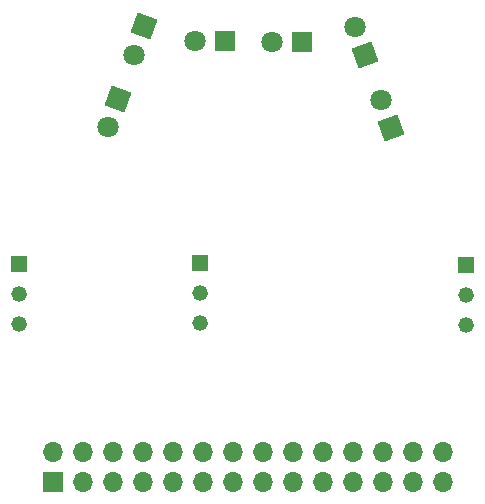
<source format=gbr>
%TF.GenerationSoftware,KiCad,Pcbnew,(6.0.5)*%
%TF.CreationDate,2024-03-24T17:12:35+02:00*%
%TF.ProjectId,Sensor Subsystem,53656e73-6f72-4205-9375-627379737465,rev?*%
%TF.SameCoordinates,Original*%
%TF.FileFunction,Soldermask,Bot*%
%TF.FilePolarity,Negative*%
%FSLAX46Y46*%
G04 Gerber Fmt 4.6, Leading zero omitted, Abs format (unit mm)*
G04 Created by KiCad (PCBNEW (6.0.5)) date 2024-03-24 17:12:35*
%MOMM*%
%LPD*%
G01*
G04 APERTURE LIST*
G04 Aperture macros list*
%AMRotRect*
0 Rectangle, with rotation*
0 The origin of the aperture is its center*
0 $1 length*
0 $2 width*
0 $3 Rotation angle, in degrees counterclockwise*
0 Add horizontal line*
21,1,$1,$2,0,0,$3*%
G04 Aperture macros list end*
%ADD10RotRect,1.800000X1.800000X250.000000*%
%ADD11C,1.800000*%
%ADD12R,1.700000X1.700000*%
%ADD13O,1.700000X1.700000*%
%ADD14C,1.320800*%
%ADD15R,1.320800X1.320800*%
%ADD16R,1.800000X1.800000*%
%ADD17RotRect,1.800000X1.800000X110.000000*%
G04 APERTURE END LIST*
D10*
%TO.C,U3*%
X11061200Y41357568D03*
D11*
X10192469Y38970749D03*
%TD*%
D12*
%TO.C,J1*%
X3388200Y2789000D03*
D13*
X3388200Y5329000D03*
X5928200Y2789000D03*
X5928200Y5329000D03*
X8468200Y2789000D03*
X8468200Y5329000D03*
X11008200Y2789000D03*
X11008200Y5329000D03*
X13548200Y2789000D03*
X13548200Y5329000D03*
X16088200Y2789000D03*
X16088200Y5329000D03*
X18628200Y2789000D03*
X18628200Y5329000D03*
X21168200Y2789000D03*
X21168200Y5329000D03*
X23708200Y2789000D03*
X23708200Y5329000D03*
X26248200Y2789000D03*
X26248200Y5329000D03*
X28788200Y2789000D03*
X28788200Y5329000D03*
X31328200Y2789000D03*
X31328200Y5329000D03*
X33868200Y2789000D03*
X33868200Y5329000D03*
X36408200Y2789000D03*
X36408200Y5329000D03*
%TD*%
D14*
%TO.C,RV1*%
X38303200Y16040100D03*
X38303200Y18580100D03*
D15*
X38303200Y21120100D03*
%TD*%
D14*
%TO.C,RV2*%
X15825200Y16205200D03*
X15825200Y18745200D03*
D15*
X15825200Y21285200D03*
%TD*%
D16*
%TO.C,U2*%
X24445000Y40075000D03*
D11*
X21905000Y40075000D03*
%TD*%
D17*
%TO.C,CR1*%
X32000951Y32761352D03*
D11*
X31132220Y35148171D03*
%TD*%
D17*
%TO.C,U1*%
X29760951Y38941352D03*
D11*
X28892220Y41328171D03*
%TD*%
D14*
%TO.C,RV3*%
X508000Y16141700D03*
X508000Y18681700D03*
D15*
X508000Y21221700D03*
%TD*%
D10*
%TO.C,CR3*%
X8841200Y35207568D03*
D11*
X7972469Y32820749D03*
%TD*%
D16*
%TO.C,CR2*%
X17935000Y40095000D03*
D11*
X15395000Y40095000D03*
%TD*%
M02*

</source>
